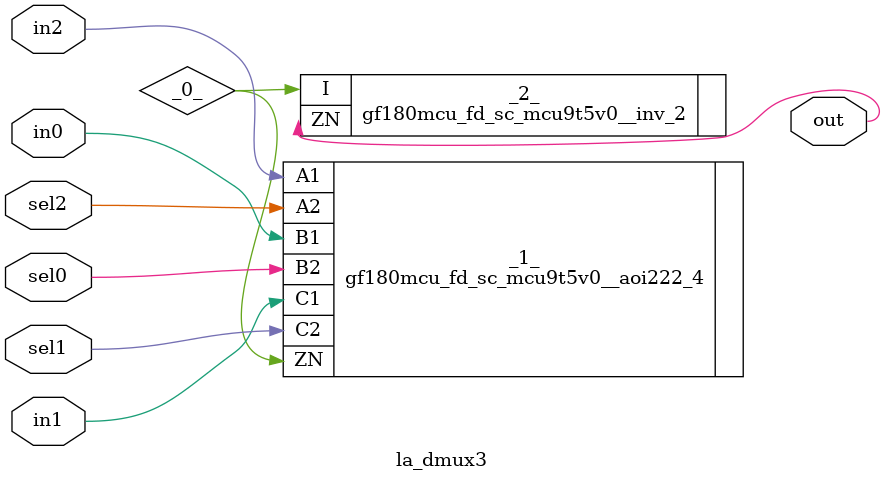
<source format=v>

/* Generated by Yosys 0.44 (git sha1 80ba43d26, g++ 11.4.0-1ubuntu1~22.04 -fPIC -O3) */

(* top =  1  *)
(* src = "inputs/la_dmux3.v:10.1-24.10" *)
module la_dmux3 (
    sel0,
    sel1,
    sel2,
    in0,
    in1,
    in2,
    out
);
  wire _0_;
  (* src = "inputs/la_dmux3.v:16.12-16.15" *)
  input in0;
  wire in0;
  (* src = "inputs/la_dmux3.v:17.12-17.15" *)
  input in1;
  wire in1;
  (* src = "inputs/la_dmux3.v:18.12-18.15" *)
  input in2;
  wire in2;
  (* src = "inputs/la_dmux3.v:19.12-19.15" *)
  output out;
  wire out;
  (* src = "inputs/la_dmux3.v:13.12-13.16" *)
  input sel0;
  wire sel0;
  (* src = "inputs/la_dmux3.v:14.12-14.16" *)
  input sel1;
  wire sel1;
  (* src = "inputs/la_dmux3.v:15.12-15.16" *)
  input sel2;
  wire sel2;
  gf180mcu_fd_sc_mcu9t5v0__aoi222_4 _1_ (
      .A1(in2),
      .A2(sel2),
      .B1(in0),
      .B2(sel0),
      .C1(in1),
      .C2(sel1),
      .ZN(_0_)
  );
  gf180mcu_fd_sc_mcu9t5v0__inv_2 _2_ (
      .I (_0_),
      .ZN(out)
  );
endmodule

</source>
